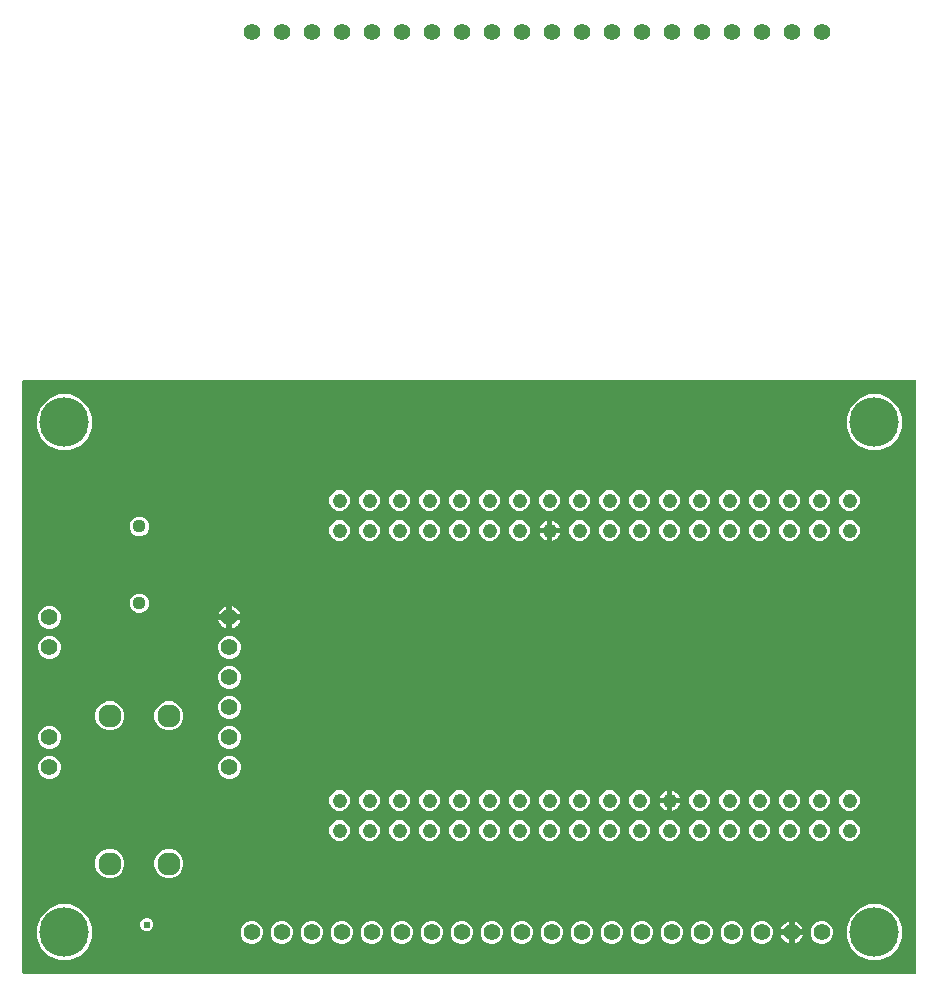
<source format=gbr>
G04 EAGLE Gerber RS-274X export*
G75*
%MOMM*%
%FSLAX34Y34*%
%LPD*%
%INCopper Layer 15*%
%IPPOS*%
%AMOC8*
5,1,8,0,0,1.08239X$1,22.5*%
G01*
%ADD10C,1.244600*%
%ADD11C,1.120000*%
%ADD12C,1.960000*%
%ADD13C,4.191000*%
%ADD14C,1.400000*%
%ADD15C,0.609600*%

G36*
X758308Y2556D02*
X758308Y2556D01*
X758427Y2563D01*
X758465Y2576D01*
X758506Y2581D01*
X758616Y2624D01*
X758729Y2661D01*
X758764Y2683D01*
X758801Y2698D01*
X758897Y2767D01*
X758998Y2831D01*
X759026Y2861D01*
X759059Y2884D01*
X759135Y2976D01*
X759216Y3063D01*
X759236Y3098D01*
X759261Y3129D01*
X759312Y3237D01*
X759370Y3341D01*
X759380Y3381D01*
X759397Y3417D01*
X759419Y3534D01*
X759449Y3649D01*
X759453Y3709D01*
X759457Y3729D01*
X759455Y3750D01*
X759459Y3810D01*
X759459Y504190D01*
X759444Y504308D01*
X759437Y504427D01*
X759424Y504465D01*
X759419Y504506D01*
X759376Y504616D01*
X759339Y504729D01*
X759317Y504764D01*
X759302Y504801D01*
X759233Y504897D01*
X759169Y504998D01*
X759139Y505026D01*
X759116Y505059D01*
X759024Y505135D01*
X758937Y505216D01*
X758902Y505236D01*
X758871Y505261D01*
X758763Y505312D01*
X758659Y505370D01*
X758619Y505380D01*
X758583Y505397D01*
X758466Y505419D01*
X758351Y505449D01*
X758291Y505453D01*
X758271Y505457D01*
X758250Y505455D01*
X758190Y505459D01*
X3810Y505459D01*
X3692Y505444D01*
X3573Y505437D01*
X3535Y505424D01*
X3494Y505419D01*
X3384Y505376D01*
X3271Y505339D01*
X3236Y505317D01*
X3199Y505302D01*
X3103Y505233D01*
X3002Y505169D01*
X2974Y505139D01*
X2941Y505116D01*
X2865Y505024D01*
X2784Y504937D01*
X2764Y504902D01*
X2739Y504871D01*
X2688Y504763D01*
X2630Y504659D01*
X2620Y504619D01*
X2603Y504583D01*
X2581Y504466D01*
X2551Y504351D01*
X2547Y504291D01*
X2543Y504271D01*
X2545Y504250D01*
X2541Y504190D01*
X2541Y3810D01*
X2556Y3692D01*
X2563Y3573D01*
X2576Y3535D01*
X2581Y3494D01*
X2624Y3384D01*
X2661Y3271D01*
X2683Y3236D01*
X2698Y3199D01*
X2767Y3103D01*
X2831Y3002D01*
X2861Y2974D01*
X2884Y2941D01*
X2976Y2865D01*
X3063Y2784D01*
X3098Y2764D01*
X3129Y2739D01*
X3237Y2688D01*
X3341Y2630D01*
X3381Y2620D01*
X3417Y2603D01*
X3534Y2581D01*
X3649Y2551D01*
X3709Y2547D01*
X3729Y2543D01*
X3750Y2545D01*
X3810Y2541D01*
X758190Y2541D01*
X758308Y2556D01*
G37*
%LPC*%
G36*
X719226Y446404D02*
X719226Y446404D01*
X710591Y449981D01*
X703981Y456591D01*
X700404Y465226D01*
X700404Y474574D01*
X703981Y483209D01*
X710591Y489819D01*
X719226Y493396D01*
X728574Y493396D01*
X737209Y489819D01*
X743819Y483209D01*
X747396Y474574D01*
X747396Y465226D01*
X743819Y456591D01*
X737209Y449981D01*
X728574Y446404D01*
X719226Y446404D01*
G37*
%LPD*%
%LPC*%
G36*
X33426Y446404D02*
X33426Y446404D01*
X24791Y449981D01*
X18181Y456591D01*
X14604Y465226D01*
X14604Y474574D01*
X18181Y483209D01*
X24791Y489819D01*
X33426Y493396D01*
X42774Y493396D01*
X51409Y489819D01*
X58019Y483209D01*
X61596Y474574D01*
X61596Y465226D01*
X58019Y456591D01*
X51409Y449981D01*
X42774Y446404D01*
X33426Y446404D01*
G37*
%LPD*%
%LPC*%
G36*
X33426Y14604D02*
X33426Y14604D01*
X24791Y18181D01*
X18181Y24791D01*
X14604Y33426D01*
X14604Y42774D01*
X18181Y51409D01*
X24791Y58019D01*
X33426Y61596D01*
X42774Y61596D01*
X51409Y58019D01*
X58019Y51409D01*
X61596Y42774D01*
X61596Y33426D01*
X58019Y24791D01*
X51409Y18181D01*
X42774Y14604D01*
X33426Y14604D01*
G37*
%LPD*%
%LPC*%
G36*
X719226Y14604D02*
X719226Y14604D01*
X710591Y18181D01*
X703981Y24791D01*
X700404Y33426D01*
X700404Y42774D01*
X703981Y51409D01*
X710591Y58019D01*
X719226Y61596D01*
X728574Y61596D01*
X737209Y58019D01*
X743819Y51409D01*
X747396Y42774D01*
X747396Y33426D01*
X743819Y24791D01*
X737209Y18181D01*
X728574Y14604D01*
X719226Y14604D01*
G37*
%LPD*%
%LPC*%
G36*
X74145Y208909D02*
X74145Y208909D01*
X69610Y210788D01*
X66138Y214260D01*
X64259Y218795D01*
X64259Y223705D01*
X66138Y228240D01*
X69610Y231712D01*
X74145Y233591D01*
X79055Y233591D01*
X83590Y231712D01*
X87062Y228240D01*
X88941Y223705D01*
X88941Y218795D01*
X87062Y214260D01*
X83590Y210788D01*
X79055Y208909D01*
X74145Y208909D01*
G37*
%LPD*%
%LPC*%
G36*
X74145Y83909D02*
X74145Y83909D01*
X69610Y85788D01*
X66138Y89260D01*
X64259Y93795D01*
X64259Y98705D01*
X66138Y103240D01*
X69610Y106712D01*
X74145Y108591D01*
X79055Y108591D01*
X83590Y106712D01*
X87062Y103240D01*
X88941Y98705D01*
X88941Y93795D01*
X87062Y89260D01*
X83590Y85788D01*
X79055Y83909D01*
X74145Y83909D01*
G37*
%LPD*%
%LPC*%
G36*
X124145Y83909D02*
X124145Y83909D01*
X119610Y85788D01*
X116138Y89260D01*
X114259Y93795D01*
X114259Y98705D01*
X116138Y103240D01*
X119610Y106712D01*
X124145Y108591D01*
X129055Y108591D01*
X133590Y106712D01*
X137062Y103240D01*
X138941Y98705D01*
X138941Y93795D01*
X137062Y89260D01*
X133590Y85788D01*
X129055Y83909D01*
X124145Y83909D01*
G37*
%LPD*%
%LPC*%
G36*
X124145Y208909D02*
X124145Y208909D01*
X119610Y210788D01*
X116138Y214260D01*
X114259Y218795D01*
X114259Y223705D01*
X116138Y228240D01*
X119610Y231712D01*
X124145Y233591D01*
X129055Y233591D01*
X133590Y231712D01*
X137062Y228240D01*
X138941Y223705D01*
X138941Y218795D01*
X137062Y214260D01*
X133590Y210788D01*
X129055Y208909D01*
X124145Y208909D01*
G37*
%LPD*%
%LPC*%
G36*
X23502Y295259D02*
X23502Y295259D01*
X19996Y296712D01*
X17312Y299396D01*
X15859Y302902D01*
X15859Y306698D01*
X17312Y310204D01*
X19996Y312888D01*
X23502Y314341D01*
X27298Y314341D01*
X30804Y312888D01*
X33488Y310204D01*
X34941Y306698D01*
X34941Y302902D01*
X33488Y299396D01*
X30804Y296712D01*
X27298Y295259D01*
X23502Y295259D01*
G37*
%LPD*%
%LPC*%
G36*
X474352Y28559D02*
X474352Y28559D01*
X470846Y30012D01*
X468162Y32696D01*
X466709Y36202D01*
X466709Y39998D01*
X468162Y43504D01*
X470846Y46188D01*
X474352Y47641D01*
X478148Y47641D01*
X481654Y46188D01*
X484338Y43504D01*
X485791Y39998D01*
X485791Y36202D01*
X484338Y32696D01*
X481654Y30012D01*
X478148Y28559D01*
X474352Y28559D01*
G37*
%LPD*%
%LPC*%
G36*
X23502Y168259D02*
X23502Y168259D01*
X19996Y169712D01*
X17312Y172396D01*
X15859Y175902D01*
X15859Y179698D01*
X17312Y183204D01*
X19996Y185888D01*
X23502Y187341D01*
X27298Y187341D01*
X30804Y185888D01*
X33488Y183204D01*
X34941Y179698D01*
X34941Y175902D01*
X33488Y172396D01*
X30804Y169712D01*
X27298Y168259D01*
X23502Y168259D01*
G37*
%LPD*%
%LPC*%
G36*
X175902Y269859D02*
X175902Y269859D01*
X172396Y271312D01*
X169712Y273996D01*
X168259Y277502D01*
X168259Y281298D01*
X169712Y284804D01*
X172396Y287488D01*
X175902Y288941D01*
X179698Y288941D01*
X183204Y287488D01*
X185888Y284804D01*
X187341Y281298D01*
X187341Y277502D01*
X185888Y273996D01*
X183204Y271312D01*
X179698Y269859D01*
X175902Y269859D01*
G37*
%LPD*%
%LPC*%
G36*
X23502Y269859D02*
X23502Y269859D01*
X19996Y271312D01*
X17312Y273996D01*
X15859Y277502D01*
X15859Y281298D01*
X17312Y284804D01*
X19996Y287488D01*
X23502Y288941D01*
X27298Y288941D01*
X30804Y287488D01*
X33488Y284804D01*
X34941Y281298D01*
X34941Y277502D01*
X33488Y273996D01*
X30804Y271312D01*
X27298Y269859D01*
X23502Y269859D01*
G37*
%LPD*%
%LPC*%
G36*
X175902Y244459D02*
X175902Y244459D01*
X172396Y245912D01*
X169712Y248596D01*
X168259Y252102D01*
X168259Y255898D01*
X169712Y259404D01*
X172396Y262088D01*
X175902Y263541D01*
X179698Y263541D01*
X183204Y262088D01*
X185888Y259404D01*
X187341Y255898D01*
X187341Y252102D01*
X185888Y248596D01*
X183204Y245912D01*
X179698Y244459D01*
X175902Y244459D01*
G37*
%LPD*%
%LPC*%
G36*
X175902Y219059D02*
X175902Y219059D01*
X172396Y220512D01*
X169712Y223196D01*
X168259Y226702D01*
X168259Y230498D01*
X169712Y234004D01*
X172396Y236688D01*
X175902Y238141D01*
X179698Y238141D01*
X183204Y236688D01*
X185888Y234004D01*
X187341Y230498D01*
X187341Y226702D01*
X185888Y223196D01*
X183204Y220512D01*
X179698Y219059D01*
X175902Y219059D01*
G37*
%LPD*%
%LPC*%
G36*
X175902Y193659D02*
X175902Y193659D01*
X172396Y195112D01*
X169712Y197796D01*
X168259Y201302D01*
X168259Y205098D01*
X169712Y208604D01*
X172396Y211288D01*
X175902Y212741D01*
X179698Y212741D01*
X183204Y211288D01*
X185888Y208604D01*
X187341Y205098D01*
X187341Y201302D01*
X185888Y197796D01*
X183204Y195112D01*
X179698Y193659D01*
X175902Y193659D01*
G37*
%LPD*%
%LPC*%
G36*
X23502Y193659D02*
X23502Y193659D01*
X19996Y195112D01*
X17312Y197796D01*
X15859Y201302D01*
X15859Y205098D01*
X17312Y208604D01*
X19996Y211288D01*
X23502Y212741D01*
X27298Y212741D01*
X30804Y211288D01*
X33488Y208604D01*
X34941Y205098D01*
X34941Y201302D01*
X33488Y197796D01*
X30804Y195112D01*
X27298Y193659D01*
X23502Y193659D01*
G37*
%LPD*%
%LPC*%
G36*
X175902Y168259D02*
X175902Y168259D01*
X172396Y169712D01*
X169712Y172396D01*
X168259Y175902D01*
X168259Y179698D01*
X169712Y183204D01*
X172396Y185888D01*
X175902Y187341D01*
X179698Y187341D01*
X183204Y185888D01*
X185888Y183204D01*
X187341Y179698D01*
X187341Y175902D01*
X185888Y172396D01*
X183204Y169712D01*
X179698Y168259D01*
X175902Y168259D01*
G37*
%LPD*%
%LPC*%
G36*
X601352Y28559D02*
X601352Y28559D01*
X597846Y30012D01*
X595162Y32696D01*
X593709Y36202D01*
X593709Y39998D01*
X595162Y43504D01*
X597846Y46188D01*
X601352Y47641D01*
X605148Y47641D01*
X608654Y46188D01*
X611338Y43504D01*
X612791Y39998D01*
X612791Y36202D01*
X611338Y32696D01*
X608654Y30012D01*
X605148Y28559D01*
X601352Y28559D01*
G37*
%LPD*%
%LPC*%
G36*
X626752Y28559D02*
X626752Y28559D01*
X623246Y30012D01*
X620562Y32696D01*
X619109Y36202D01*
X619109Y39998D01*
X620562Y43504D01*
X623246Y46188D01*
X626752Y47641D01*
X630548Y47641D01*
X634054Y46188D01*
X636738Y43504D01*
X638191Y39998D01*
X638191Y36202D01*
X636738Y32696D01*
X634054Y30012D01*
X630548Y28559D01*
X626752Y28559D01*
G37*
%LPD*%
%LPC*%
G36*
X575952Y28559D02*
X575952Y28559D01*
X572446Y30012D01*
X569762Y32696D01*
X568309Y36202D01*
X568309Y39998D01*
X569762Y43504D01*
X572446Y46188D01*
X575952Y47641D01*
X579748Y47641D01*
X583254Y46188D01*
X585938Y43504D01*
X587391Y39998D01*
X587391Y36202D01*
X585938Y32696D01*
X583254Y30012D01*
X579748Y28559D01*
X575952Y28559D01*
G37*
%LPD*%
%LPC*%
G36*
X677552Y28559D02*
X677552Y28559D01*
X674046Y30012D01*
X671362Y32696D01*
X669909Y36202D01*
X669909Y39998D01*
X671362Y43504D01*
X674046Y46188D01*
X677552Y47641D01*
X681348Y47641D01*
X684854Y46188D01*
X687538Y43504D01*
X688991Y39998D01*
X688991Y36202D01*
X687538Y32696D01*
X684854Y30012D01*
X681348Y28559D01*
X677552Y28559D01*
G37*
%LPD*%
%LPC*%
G36*
X550552Y28559D02*
X550552Y28559D01*
X547046Y30012D01*
X544362Y32696D01*
X542909Y36202D01*
X542909Y39998D01*
X544362Y43504D01*
X547046Y46188D01*
X550552Y47641D01*
X554348Y47641D01*
X557854Y46188D01*
X560538Y43504D01*
X561991Y39998D01*
X561991Y36202D01*
X560538Y32696D01*
X557854Y30012D01*
X554348Y28559D01*
X550552Y28559D01*
G37*
%LPD*%
%LPC*%
G36*
X525152Y28559D02*
X525152Y28559D01*
X521646Y30012D01*
X518962Y32696D01*
X517509Y36202D01*
X517509Y39998D01*
X518962Y43504D01*
X521646Y46188D01*
X525152Y47641D01*
X528948Y47641D01*
X532454Y46188D01*
X535138Y43504D01*
X536591Y39998D01*
X536591Y36202D01*
X535138Y32696D01*
X532454Y30012D01*
X528948Y28559D01*
X525152Y28559D01*
G37*
%LPD*%
%LPC*%
G36*
X499752Y28559D02*
X499752Y28559D01*
X496246Y30012D01*
X493562Y32696D01*
X492109Y36202D01*
X492109Y39998D01*
X493562Y43504D01*
X496246Y46188D01*
X499752Y47641D01*
X503548Y47641D01*
X507054Y46188D01*
X509738Y43504D01*
X511191Y39998D01*
X511191Y36202D01*
X509738Y32696D01*
X507054Y30012D01*
X503548Y28559D01*
X499752Y28559D01*
G37*
%LPD*%
%LPC*%
G36*
X448952Y28559D02*
X448952Y28559D01*
X445446Y30012D01*
X442762Y32696D01*
X441309Y36202D01*
X441309Y39998D01*
X442762Y43504D01*
X445446Y46188D01*
X448952Y47641D01*
X452748Y47641D01*
X456254Y46188D01*
X458938Y43504D01*
X460391Y39998D01*
X460391Y36202D01*
X458938Y32696D01*
X456254Y30012D01*
X452748Y28559D01*
X448952Y28559D01*
G37*
%LPD*%
%LPC*%
G36*
X423552Y28559D02*
X423552Y28559D01*
X420046Y30012D01*
X417362Y32696D01*
X415909Y36202D01*
X415909Y39998D01*
X417362Y43504D01*
X420046Y46188D01*
X423552Y47641D01*
X427348Y47641D01*
X430854Y46188D01*
X433538Y43504D01*
X434991Y39998D01*
X434991Y36202D01*
X433538Y32696D01*
X430854Y30012D01*
X427348Y28559D01*
X423552Y28559D01*
G37*
%LPD*%
%LPC*%
G36*
X398152Y28559D02*
X398152Y28559D01*
X394646Y30012D01*
X391962Y32696D01*
X390509Y36202D01*
X390509Y39998D01*
X391962Y43504D01*
X394646Y46188D01*
X398152Y47641D01*
X401948Y47641D01*
X405454Y46188D01*
X408138Y43504D01*
X409591Y39998D01*
X409591Y36202D01*
X408138Y32696D01*
X405454Y30012D01*
X401948Y28559D01*
X398152Y28559D01*
G37*
%LPD*%
%LPC*%
G36*
X372752Y28559D02*
X372752Y28559D01*
X369246Y30012D01*
X366562Y32696D01*
X365109Y36202D01*
X365109Y39998D01*
X366562Y43504D01*
X369246Y46188D01*
X372752Y47641D01*
X376548Y47641D01*
X380054Y46188D01*
X382738Y43504D01*
X384191Y39998D01*
X384191Y36202D01*
X382738Y32696D01*
X380054Y30012D01*
X376548Y28559D01*
X372752Y28559D01*
G37*
%LPD*%
%LPC*%
G36*
X347352Y28559D02*
X347352Y28559D01*
X343846Y30012D01*
X341162Y32696D01*
X339709Y36202D01*
X339709Y39998D01*
X341162Y43504D01*
X343846Y46188D01*
X347352Y47641D01*
X351148Y47641D01*
X354654Y46188D01*
X357338Y43504D01*
X358791Y39998D01*
X358791Y36202D01*
X357338Y32696D01*
X354654Y30012D01*
X351148Y28559D01*
X347352Y28559D01*
G37*
%LPD*%
%LPC*%
G36*
X321952Y28559D02*
X321952Y28559D01*
X318446Y30012D01*
X315762Y32696D01*
X314309Y36202D01*
X314309Y39998D01*
X315762Y43504D01*
X318446Y46188D01*
X321952Y47641D01*
X325748Y47641D01*
X329254Y46188D01*
X331938Y43504D01*
X333391Y39998D01*
X333391Y36202D01*
X331938Y32696D01*
X329254Y30012D01*
X325748Y28559D01*
X321952Y28559D01*
G37*
%LPD*%
%LPC*%
G36*
X296552Y28559D02*
X296552Y28559D01*
X293046Y30012D01*
X290362Y32696D01*
X288909Y36202D01*
X288909Y39998D01*
X290362Y43504D01*
X293046Y46188D01*
X296552Y47641D01*
X300348Y47641D01*
X303854Y46188D01*
X306538Y43504D01*
X307991Y39998D01*
X307991Y36202D01*
X306538Y32696D01*
X303854Y30012D01*
X300348Y28559D01*
X296552Y28559D01*
G37*
%LPD*%
%LPC*%
G36*
X271152Y28559D02*
X271152Y28559D01*
X267646Y30012D01*
X264962Y32696D01*
X263509Y36202D01*
X263509Y39998D01*
X264962Y43504D01*
X267646Y46188D01*
X271152Y47641D01*
X274948Y47641D01*
X278454Y46188D01*
X281138Y43504D01*
X282591Y39998D01*
X282591Y36202D01*
X281138Y32696D01*
X278454Y30012D01*
X274948Y28559D01*
X271152Y28559D01*
G37*
%LPD*%
%LPC*%
G36*
X245752Y28559D02*
X245752Y28559D01*
X242246Y30012D01*
X239562Y32696D01*
X238109Y36202D01*
X238109Y39998D01*
X239562Y43504D01*
X242246Y46188D01*
X245752Y47641D01*
X249548Y47641D01*
X253054Y46188D01*
X255738Y43504D01*
X257191Y39998D01*
X257191Y36202D01*
X255738Y32696D01*
X253054Y30012D01*
X249548Y28559D01*
X245752Y28559D01*
G37*
%LPD*%
%LPC*%
G36*
X220352Y28559D02*
X220352Y28559D01*
X216846Y30012D01*
X214162Y32696D01*
X212709Y36202D01*
X212709Y39998D01*
X214162Y43504D01*
X216846Y46188D01*
X220352Y47641D01*
X224148Y47641D01*
X227654Y46188D01*
X230338Y43504D01*
X231791Y39998D01*
X231791Y36202D01*
X230338Y32696D01*
X227654Y30012D01*
X224148Y28559D01*
X220352Y28559D01*
G37*
%LPD*%
%LPC*%
G36*
X194952Y28559D02*
X194952Y28559D01*
X191446Y30012D01*
X188762Y32696D01*
X187309Y36202D01*
X187309Y39998D01*
X188762Y43504D01*
X191446Y46188D01*
X194952Y47641D01*
X198748Y47641D01*
X202254Y46188D01*
X204938Y43504D01*
X206391Y39998D01*
X206391Y36202D01*
X204938Y32696D01*
X202254Y30012D01*
X198748Y28559D01*
X194952Y28559D01*
G37*
%LPD*%
%LPC*%
G36*
X345557Y394836D02*
X345557Y394836D01*
X342336Y396170D01*
X339870Y398636D01*
X338536Y401857D01*
X338536Y405343D01*
X339870Y408564D01*
X342336Y411030D01*
X345557Y412364D01*
X349043Y412364D01*
X352264Y411030D01*
X354730Y408564D01*
X356064Y405343D01*
X356064Y401857D01*
X354730Y398636D01*
X352264Y396170D01*
X349043Y394836D01*
X345557Y394836D01*
G37*
%LPD*%
%LPC*%
G36*
X320157Y394836D02*
X320157Y394836D01*
X316936Y396170D01*
X314470Y398636D01*
X313136Y401857D01*
X313136Y405343D01*
X314470Y408564D01*
X316936Y411030D01*
X320157Y412364D01*
X323643Y412364D01*
X326864Y411030D01*
X329330Y408564D01*
X330664Y405343D01*
X330664Y401857D01*
X329330Y398636D01*
X326864Y396170D01*
X323643Y394836D01*
X320157Y394836D01*
G37*
%LPD*%
%LPC*%
G36*
X294757Y394836D02*
X294757Y394836D01*
X291536Y396170D01*
X289070Y398636D01*
X287736Y401857D01*
X287736Y405343D01*
X289070Y408564D01*
X291536Y411030D01*
X294757Y412364D01*
X298243Y412364D01*
X301464Y411030D01*
X303930Y408564D01*
X305264Y405343D01*
X305264Y401857D01*
X303930Y398636D01*
X301464Y396170D01*
X298243Y394836D01*
X294757Y394836D01*
G37*
%LPD*%
%LPC*%
G36*
X269357Y394836D02*
X269357Y394836D01*
X266136Y396170D01*
X263670Y398636D01*
X262336Y401857D01*
X262336Y405343D01*
X263670Y408564D01*
X266136Y411030D01*
X269357Y412364D01*
X272843Y412364D01*
X276064Y411030D01*
X278530Y408564D01*
X279864Y405343D01*
X279864Y401857D01*
X278530Y398636D01*
X276064Y396170D01*
X272843Y394836D01*
X269357Y394836D01*
G37*
%LPD*%
%LPC*%
G36*
X294757Y369436D02*
X294757Y369436D01*
X291536Y370770D01*
X289070Y373236D01*
X287736Y376457D01*
X287736Y379943D01*
X289070Y383164D01*
X291536Y385630D01*
X294757Y386964D01*
X298243Y386964D01*
X301464Y385630D01*
X303930Y383164D01*
X305264Y379943D01*
X305264Y376457D01*
X303930Y373236D01*
X301464Y370770D01*
X298243Y369436D01*
X294757Y369436D01*
G37*
%LPD*%
%LPC*%
G36*
X269357Y369436D02*
X269357Y369436D01*
X266136Y370770D01*
X263670Y373236D01*
X262336Y376457D01*
X262336Y379943D01*
X263670Y383164D01*
X266136Y385630D01*
X269357Y386964D01*
X272843Y386964D01*
X276064Y385630D01*
X278530Y383164D01*
X279864Y379943D01*
X279864Y376457D01*
X278530Y373236D01*
X276064Y370770D01*
X272843Y369436D01*
X269357Y369436D01*
G37*
%LPD*%
%LPC*%
G36*
X701157Y369436D02*
X701157Y369436D01*
X697936Y370770D01*
X695470Y373236D01*
X694136Y376457D01*
X694136Y379943D01*
X695470Y383164D01*
X697936Y385630D01*
X701157Y386964D01*
X704643Y386964D01*
X707864Y385630D01*
X710330Y383164D01*
X711664Y379943D01*
X711664Y376457D01*
X710330Y373236D01*
X707864Y370770D01*
X704643Y369436D01*
X701157Y369436D01*
G37*
%LPD*%
%LPC*%
G36*
X675757Y369436D02*
X675757Y369436D01*
X672536Y370770D01*
X670070Y373236D01*
X668736Y376457D01*
X668736Y379943D01*
X670070Y383164D01*
X672536Y385630D01*
X675757Y386964D01*
X679243Y386964D01*
X682464Y385630D01*
X684930Y383164D01*
X686264Y379943D01*
X686264Y376457D01*
X684930Y373236D01*
X682464Y370770D01*
X679243Y369436D01*
X675757Y369436D01*
G37*
%LPD*%
%LPC*%
G36*
X650357Y369436D02*
X650357Y369436D01*
X647136Y370770D01*
X644670Y373236D01*
X643336Y376457D01*
X643336Y379943D01*
X644670Y383164D01*
X647136Y385630D01*
X650357Y386964D01*
X653843Y386964D01*
X657064Y385630D01*
X659530Y383164D01*
X660864Y379943D01*
X660864Y376457D01*
X659530Y373236D01*
X657064Y370770D01*
X653843Y369436D01*
X650357Y369436D01*
G37*
%LPD*%
%LPC*%
G36*
X624957Y369436D02*
X624957Y369436D01*
X621736Y370770D01*
X619270Y373236D01*
X617936Y376457D01*
X617936Y379943D01*
X619270Y383164D01*
X621736Y385630D01*
X624957Y386964D01*
X628443Y386964D01*
X631664Y385630D01*
X634130Y383164D01*
X635464Y379943D01*
X635464Y376457D01*
X634130Y373236D01*
X631664Y370770D01*
X628443Y369436D01*
X624957Y369436D01*
G37*
%LPD*%
%LPC*%
G36*
X599557Y369436D02*
X599557Y369436D01*
X596336Y370770D01*
X593870Y373236D01*
X592536Y376457D01*
X592536Y379943D01*
X593870Y383164D01*
X596336Y385630D01*
X599557Y386964D01*
X603043Y386964D01*
X606264Y385630D01*
X608730Y383164D01*
X610064Y379943D01*
X610064Y376457D01*
X608730Y373236D01*
X606264Y370770D01*
X603043Y369436D01*
X599557Y369436D01*
G37*
%LPD*%
%LPC*%
G36*
X574157Y369436D02*
X574157Y369436D01*
X570936Y370770D01*
X568470Y373236D01*
X567136Y376457D01*
X567136Y379943D01*
X568470Y383164D01*
X570936Y385630D01*
X574157Y386964D01*
X577643Y386964D01*
X580864Y385630D01*
X583330Y383164D01*
X584664Y379943D01*
X584664Y376457D01*
X583330Y373236D01*
X580864Y370770D01*
X577643Y369436D01*
X574157Y369436D01*
G37*
%LPD*%
%LPC*%
G36*
X548757Y369436D02*
X548757Y369436D01*
X545536Y370770D01*
X543070Y373236D01*
X541736Y376457D01*
X541736Y379943D01*
X543070Y383164D01*
X545536Y385630D01*
X548757Y386964D01*
X552243Y386964D01*
X555464Y385630D01*
X557930Y383164D01*
X559264Y379943D01*
X559264Y376457D01*
X557930Y373236D01*
X555464Y370770D01*
X552243Y369436D01*
X548757Y369436D01*
G37*
%LPD*%
%LPC*%
G36*
X523357Y369436D02*
X523357Y369436D01*
X520136Y370770D01*
X517670Y373236D01*
X516336Y376457D01*
X516336Y379943D01*
X517670Y383164D01*
X520136Y385630D01*
X523357Y386964D01*
X526843Y386964D01*
X530064Y385630D01*
X532530Y383164D01*
X533864Y379943D01*
X533864Y376457D01*
X532530Y373236D01*
X530064Y370770D01*
X526843Y369436D01*
X523357Y369436D01*
G37*
%LPD*%
%LPC*%
G36*
X497957Y369436D02*
X497957Y369436D01*
X494736Y370770D01*
X492270Y373236D01*
X490936Y376457D01*
X490936Y379943D01*
X492270Y383164D01*
X494736Y385630D01*
X497957Y386964D01*
X501443Y386964D01*
X504664Y385630D01*
X507130Y383164D01*
X508464Y379943D01*
X508464Y376457D01*
X507130Y373236D01*
X504664Y370770D01*
X501443Y369436D01*
X497957Y369436D01*
G37*
%LPD*%
%LPC*%
G36*
X472557Y369436D02*
X472557Y369436D01*
X469336Y370770D01*
X466870Y373236D01*
X465536Y376457D01*
X465536Y379943D01*
X466870Y383164D01*
X469336Y385630D01*
X472557Y386964D01*
X476043Y386964D01*
X479264Y385630D01*
X481730Y383164D01*
X483064Y379943D01*
X483064Y376457D01*
X481730Y373236D01*
X479264Y370770D01*
X476043Y369436D01*
X472557Y369436D01*
G37*
%LPD*%
%LPC*%
G36*
X421757Y369436D02*
X421757Y369436D01*
X418536Y370770D01*
X416070Y373236D01*
X414736Y376457D01*
X414736Y379943D01*
X416070Y383164D01*
X418536Y385630D01*
X421757Y386964D01*
X425243Y386964D01*
X428464Y385630D01*
X430930Y383164D01*
X432264Y379943D01*
X432264Y376457D01*
X430930Y373236D01*
X428464Y370770D01*
X425243Y369436D01*
X421757Y369436D01*
G37*
%LPD*%
%LPC*%
G36*
X396357Y369436D02*
X396357Y369436D01*
X393136Y370770D01*
X390670Y373236D01*
X389336Y376457D01*
X389336Y379943D01*
X390670Y383164D01*
X393136Y385630D01*
X396357Y386964D01*
X399843Y386964D01*
X403064Y385630D01*
X405530Y383164D01*
X406864Y379943D01*
X406864Y376457D01*
X405530Y373236D01*
X403064Y370770D01*
X399843Y369436D01*
X396357Y369436D01*
G37*
%LPD*%
%LPC*%
G36*
X370957Y369436D02*
X370957Y369436D01*
X367736Y370770D01*
X365270Y373236D01*
X363936Y376457D01*
X363936Y379943D01*
X365270Y383164D01*
X367736Y385630D01*
X370957Y386964D01*
X374443Y386964D01*
X377664Y385630D01*
X380130Y383164D01*
X381464Y379943D01*
X381464Y376457D01*
X380130Y373236D01*
X377664Y370770D01*
X374443Y369436D01*
X370957Y369436D01*
G37*
%LPD*%
%LPC*%
G36*
X345557Y369436D02*
X345557Y369436D01*
X342336Y370770D01*
X339870Y373236D01*
X338536Y376457D01*
X338536Y379943D01*
X339870Y383164D01*
X342336Y385630D01*
X345557Y386964D01*
X349043Y386964D01*
X352264Y385630D01*
X354730Y383164D01*
X356064Y379943D01*
X356064Y376457D01*
X354730Y373236D01*
X352264Y370770D01*
X349043Y369436D01*
X345557Y369436D01*
G37*
%LPD*%
%LPC*%
G36*
X320157Y369436D02*
X320157Y369436D01*
X316936Y370770D01*
X314470Y373236D01*
X313136Y376457D01*
X313136Y379943D01*
X314470Y383164D01*
X316936Y385630D01*
X320157Y386964D01*
X323643Y386964D01*
X326864Y385630D01*
X329330Y383164D01*
X330664Y379943D01*
X330664Y376457D01*
X329330Y373236D01*
X326864Y370770D01*
X323643Y369436D01*
X320157Y369436D01*
G37*
%LPD*%
%LPC*%
G36*
X650357Y140836D02*
X650357Y140836D01*
X647136Y142170D01*
X644670Y144636D01*
X643336Y147857D01*
X643336Y151343D01*
X644670Y154564D01*
X647136Y157030D01*
X650357Y158364D01*
X653843Y158364D01*
X657064Y157030D01*
X659530Y154564D01*
X660864Y151343D01*
X660864Y147857D01*
X659530Y144636D01*
X657064Y142170D01*
X653843Y140836D01*
X650357Y140836D01*
G37*
%LPD*%
%LPC*%
G36*
X294757Y140836D02*
X294757Y140836D01*
X291536Y142170D01*
X289070Y144636D01*
X287736Y147857D01*
X287736Y151343D01*
X289070Y154564D01*
X291536Y157030D01*
X294757Y158364D01*
X298243Y158364D01*
X301464Y157030D01*
X303930Y154564D01*
X305264Y151343D01*
X305264Y147857D01*
X303930Y144636D01*
X301464Y142170D01*
X298243Y140836D01*
X294757Y140836D01*
G37*
%LPD*%
%LPC*%
G36*
X269357Y140836D02*
X269357Y140836D01*
X266136Y142170D01*
X263670Y144636D01*
X262336Y147857D01*
X262336Y151343D01*
X263670Y154564D01*
X266136Y157030D01*
X269357Y158364D01*
X272843Y158364D01*
X276064Y157030D01*
X278530Y154564D01*
X279864Y151343D01*
X279864Y147857D01*
X278530Y144636D01*
X276064Y142170D01*
X272843Y140836D01*
X269357Y140836D01*
G37*
%LPD*%
%LPC*%
G36*
X701157Y140836D02*
X701157Y140836D01*
X697936Y142170D01*
X695470Y144636D01*
X694136Y147857D01*
X694136Y151343D01*
X695470Y154564D01*
X697936Y157030D01*
X701157Y158364D01*
X704643Y158364D01*
X707864Y157030D01*
X710330Y154564D01*
X711664Y151343D01*
X711664Y147857D01*
X710330Y144636D01*
X707864Y142170D01*
X704643Y140836D01*
X701157Y140836D01*
G37*
%LPD*%
%LPC*%
G36*
X675757Y140836D02*
X675757Y140836D01*
X672536Y142170D01*
X670070Y144636D01*
X668736Y147857D01*
X668736Y151343D01*
X670070Y154564D01*
X672536Y157030D01*
X675757Y158364D01*
X679243Y158364D01*
X682464Y157030D01*
X684930Y154564D01*
X686264Y151343D01*
X686264Y147857D01*
X684930Y144636D01*
X682464Y142170D01*
X679243Y140836D01*
X675757Y140836D01*
G37*
%LPD*%
%LPC*%
G36*
X320157Y115436D02*
X320157Y115436D01*
X316936Y116770D01*
X314470Y119236D01*
X313136Y122457D01*
X313136Y125943D01*
X314470Y129164D01*
X316936Y131630D01*
X320157Y132964D01*
X323643Y132964D01*
X326864Y131630D01*
X329330Y129164D01*
X330664Y125943D01*
X330664Y122457D01*
X329330Y119236D01*
X326864Y116770D01*
X323643Y115436D01*
X320157Y115436D01*
G37*
%LPD*%
%LPC*%
G36*
X624957Y140836D02*
X624957Y140836D01*
X621736Y142170D01*
X619270Y144636D01*
X617936Y147857D01*
X617936Y151343D01*
X619270Y154564D01*
X621736Y157030D01*
X624957Y158364D01*
X628443Y158364D01*
X631664Y157030D01*
X634130Y154564D01*
X635464Y151343D01*
X635464Y147857D01*
X634130Y144636D01*
X631664Y142170D01*
X628443Y140836D01*
X624957Y140836D01*
G37*
%LPD*%
%LPC*%
G36*
X599557Y140836D02*
X599557Y140836D01*
X596336Y142170D01*
X593870Y144636D01*
X592536Y147857D01*
X592536Y151343D01*
X593870Y154564D01*
X596336Y157030D01*
X599557Y158364D01*
X603043Y158364D01*
X606264Y157030D01*
X608730Y154564D01*
X610064Y151343D01*
X610064Y147857D01*
X608730Y144636D01*
X606264Y142170D01*
X603043Y140836D01*
X599557Y140836D01*
G37*
%LPD*%
%LPC*%
G36*
X574157Y140836D02*
X574157Y140836D01*
X570936Y142170D01*
X568470Y144636D01*
X567136Y147857D01*
X567136Y151343D01*
X568470Y154564D01*
X570936Y157030D01*
X574157Y158364D01*
X577643Y158364D01*
X580864Y157030D01*
X583330Y154564D01*
X584664Y151343D01*
X584664Y147857D01*
X583330Y144636D01*
X580864Y142170D01*
X577643Y140836D01*
X574157Y140836D01*
G37*
%LPD*%
%LPC*%
G36*
X523357Y140836D02*
X523357Y140836D01*
X520136Y142170D01*
X517670Y144636D01*
X516336Y147857D01*
X516336Y151343D01*
X517670Y154564D01*
X520136Y157030D01*
X523357Y158364D01*
X526843Y158364D01*
X530064Y157030D01*
X532530Y154564D01*
X533864Y151343D01*
X533864Y147857D01*
X532530Y144636D01*
X530064Y142170D01*
X526843Y140836D01*
X523357Y140836D01*
G37*
%LPD*%
%LPC*%
G36*
X497957Y140836D02*
X497957Y140836D01*
X494736Y142170D01*
X492270Y144636D01*
X490936Y147857D01*
X490936Y151343D01*
X492270Y154564D01*
X494736Y157030D01*
X497957Y158364D01*
X501443Y158364D01*
X504664Y157030D01*
X507130Y154564D01*
X508464Y151343D01*
X508464Y147857D01*
X507130Y144636D01*
X504664Y142170D01*
X501443Y140836D01*
X497957Y140836D01*
G37*
%LPD*%
%LPC*%
G36*
X472557Y140836D02*
X472557Y140836D01*
X469336Y142170D01*
X466870Y144636D01*
X465536Y147857D01*
X465536Y151343D01*
X466870Y154564D01*
X469336Y157030D01*
X472557Y158364D01*
X476043Y158364D01*
X479264Y157030D01*
X481730Y154564D01*
X483064Y151343D01*
X483064Y147857D01*
X481730Y144636D01*
X479264Y142170D01*
X476043Y140836D01*
X472557Y140836D01*
G37*
%LPD*%
%LPC*%
G36*
X447157Y140836D02*
X447157Y140836D01*
X443936Y142170D01*
X441470Y144636D01*
X440136Y147857D01*
X440136Y151343D01*
X441470Y154564D01*
X443936Y157030D01*
X447157Y158364D01*
X450643Y158364D01*
X453864Y157030D01*
X456330Y154564D01*
X457664Y151343D01*
X457664Y147857D01*
X456330Y144636D01*
X453864Y142170D01*
X450643Y140836D01*
X447157Y140836D01*
G37*
%LPD*%
%LPC*%
G36*
X421757Y140836D02*
X421757Y140836D01*
X418536Y142170D01*
X416070Y144636D01*
X414736Y147857D01*
X414736Y151343D01*
X416070Y154564D01*
X418536Y157030D01*
X421757Y158364D01*
X425243Y158364D01*
X428464Y157030D01*
X430930Y154564D01*
X432264Y151343D01*
X432264Y147857D01*
X430930Y144636D01*
X428464Y142170D01*
X425243Y140836D01*
X421757Y140836D01*
G37*
%LPD*%
%LPC*%
G36*
X396357Y140836D02*
X396357Y140836D01*
X393136Y142170D01*
X390670Y144636D01*
X389336Y147857D01*
X389336Y151343D01*
X390670Y154564D01*
X393136Y157030D01*
X396357Y158364D01*
X399843Y158364D01*
X403064Y157030D01*
X405530Y154564D01*
X406864Y151343D01*
X406864Y147857D01*
X405530Y144636D01*
X403064Y142170D01*
X399843Y140836D01*
X396357Y140836D01*
G37*
%LPD*%
%LPC*%
G36*
X370957Y140836D02*
X370957Y140836D01*
X367736Y142170D01*
X365270Y144636D01*
X363936Y147857D01*
X363936Y151343D01*
X365270Y154564D01*
X367736Y157030D01*
X370957Y158364D01*
X374443Y158364D01*
X377664Y157030D01*
X380130Y154564D01*
X381464Y151343D01*
X381464Y147857D01*
X380130Y144636D01*
X377664Y142170D01*
X374443Y140836D01*
X370957Y140836D01*
G37*
%LPD*%
%LPC*%
G36*
X345557Y140836D02*
X345557Y140836D01*
X342336Y142170D01*
X339870Y144636D01*
X338536Y147857D01*
X338536Y151343D01*
X339870Y154564D01*
X342336Y157030D01*
X345557Y158364D01*
X349043Y158364D01*
X352264Y157030D01*
X354730Y154564D01*
X356064Y151343D01*
X356064Y147857D01*
X354730Y144636D01*
X352264Y142170D01*
X349043Y140836D01*
X345557Y140836D01*
G37*
%LPD*%
%LPC*%
G36*
X320157Y140836D02*
X320157Y140836D01*
X316936Y142170D01*
X314470Y144636D01*
X313136Y147857D01*
X313136Y151343D01*
X314470Y154564D01*
X316936Y157030D01*
X320157Y158364D01*
X323643Y158364D01*
X326864Y157030D01*
X329330Y154564D01*
X330664Y151343D01*
X330664Y147857D01*
X329330Y144636D01*
X326864Y142170D01*
X323643Y140836D01*
X320157Y140836D01*
G37*
%LPD*%
%LPC*%
G36*
X701157Y115436D02*
X701157Y115436D01*
X697936Y116770D01*
X695470Y119236D01*
X694136Y122457D01*
X694136Y125943D01*
X695470Y129164D01*
X697936Y131630D01*
X701157Y132964D01*
X704643Y132964D01*
X707864Y131630D01*
X710330Y129164D01*
X711664Y125943D01*
X711664Y122457D01*
X710330Y119236D01*
X707864Y116770D01*
X704643Y115436D01*
X701157Y115436D01*
G37*
%LPD*%
%LPC*%
G36*
X675757Y115436D02*
X675757Y115436D01*
X672536Y116770D01*
X670070Y119236D01*
X668736Y122457D01*
X668736Y125943D01*
X670070Y129164D01*
X672536Y131630D01*
X675757Y132964D01*
X679243Y132964D01*
X682464Y131630D01*
X684930Y129164D01*
X686264Y125943D01*
X686264Y122457D01*
X684930Y119236D01*
X682464Y116770D01*
X679243Y115436D01*
X675757Y115436D01*
G37*
%LPD*%
%LPC*%
G36*
X548757Y115436D02*
X548757Y115436D01*
X545536Y116770D01*
X543070Y119236D01*
X541736Y122457D01*
X541736Y125943D01*
X543070Y129164D01*
X545536Y131630D01*
X548757Y132964D01*
X552243Y132964D01*
X555464Y131630D01*
X557930Y129164D01*
X559264Y125943D01*
X559264Y122457D01*
X557930Y119236D01*
X555464Y116770D01*
X552243Y115436D01*
X548757Y115436D01*
G37*
%LPD*%
%LPC*%
G36*
X523357Y115436D02*
X523357Y115436D01*
X520136Y116770D01*
X517670Y119236D01*
X516336Y122457D01*
X516336Y125943D01*
X517670Y129164D01*
X520136Y131630D01*
X523357Y132964D01*
X526843Y132964D01*
X530064Y131630D01*
X532530Y129164D01*
X533864Y125943D01*
X533864Y122457D01*
X532530Y119236D01*
X530064Y116770D01*
X526843Y115436D01*
X523357Y115436D01*
G37*
%LPD*%
%LPC*%
G36*
X650357Y115436D02*
X650357Y115436D01*
X647136Y116770D01*
X644670Y119236D01*
X643336Y122457D01*
X643336Y125943D01*
X644670Y129164D01*
X647136Y131630D01*
X650357Y132964D01*
X653843Y132964D01*
X657064Y131630D01*
X659530Y129164D01*
X660864Y125943D01*
X660864Y122457D01*
X659530Y119236D01*
X657064Y116770D01*
X653843Y115436D01*
X650357Y115436D01*
G37*
%LPD*%
%LPC*%
G36*
X624957Y115436D02*
X624957Y115436D01*
X621736Y116770D01*
X619270Y119236D01*
X617936Y122457D01*
X617936Y125943D01*
X619270Y129164D01*
X621736Y131630D01*
X624957Y132964D01*
X628443Y132964D01*
X631664Y131630D01*
X634130Y129164D01*
X635464Y125943D01*
X635464Y122457D01*
X634130Y119236D01*
X631664Y116770D01*
X628443Y115436D01*
X624957Y115436D01*
G37*
%LPD*%
%LPC*%
G36*
X599557Y115436D02*
X599557Y115436D01*
X596336Y116770D01*
X593870Y119236D01*
X592536Y122457D01*
X592536Y125943D01*
X593870Y129164D01*
X596336Y131630D01*
X599557Y132964D01*
X603043Y132964D01*
X606264Y131630D01*
X608730Y129164D01*
X610064Y125943D01*
X610064Y122457D01*
X608730Y119236D01*
X606264Y116770D01*
X603043Y115436D01*
X599557Y115436D01*
G37*
%LPD*%
%LPC*%
G36*
X574157Y115436D02*
X574157Y115436D01*
X570936Y116770D01*
X568470Y119236D01*
X567136Y122457D01*
X567136Y125943D01*
X568470Y129164D01*
X570936Y131630D01*
X574157Y132964D01*
X577643Y132964D01*
X580864Y131630D01*
X583330Y129164D01*
X584664Y125943D01*
X584664Y122457D01*
X583330Y119236D01*
X580864Y116770D01*
X577643Y115436D01*
X574157Y115436D01*
G37*
%LPD*%
%LPC*%
G36*
X497957Y115436D02*
X497957Y115436D01*
X494736Y116770D01*
X492270Y119236D01*
X490936Y122457D01*
X490936Y125943D01*
X492270Y129164D01*
X494736Y131630D01*
X497957Y132964D01*
X501443Y132964D01*
X504664Y131630D01*
X507130Y129164D01*
X508464Y125943D01*
X508464Y122457D01*
X507130Y119236D01*
X504664Y116770D01*
X501443Y115436D01*
X497957Y115436D01*
G37*
%LPD*%
%LPC*%
G36*
X472557Y115436D02*
X472557Y115436D01*
X469336Y116770D01*
X466870Y119236D01*
X465536Y122457D01*
X465536Y125943D01*
X466870Y129164D01*
X469336Y131630D01*
X472557Y132964D01*
X476043Y132964D01*
X479264Y131630D01*
X481730Y129164D01*
X483064Y125943D01*
X483064Y122457D01*
X481730Y119236D01*
X479264Y116770D01*
X476043Y115436D01*
X472557Y115436D01*
G37*
%LPD*%
%LPC*%
G36*
X447157Y115436D02*
X447157Y115436D01*
X443936Y116770D01*
X441470Y119236D01*
X440136Y122457D01*
X440136Y125943D01*
X441470Y129164D01*
X443936Y131630D01*
X447157Y132964D01*
X450643Y132964D01*
X453864Y131630D01*
X456330Y129164D01*
X457664Y125943D01*
X457664Y122457D01*
X456330Y119236D01*
X453864Y116770D01*
X450643Y115436D01*
X447157Y115436D01*
G37*
%LPD*%
%LPC*%
G36*
X421757Y115436D02*
X421757Y115436D01*
X418536Y116770D01*
X416070Y119236D01*
X414736Y122457D01*
X414736Y125943D01*
X416070Y129164D01*
X418536Y131630D01*
X421757Y132964D01*
X425243Y132964D01*
X428464Y131630D01*
X430930Y129164D01*
X432264Y125943D01*
X432264Y122457D01*
X430930Y119236D01*
X428464Y116770D01*
X425243Y115436D01*
X421757Y115436D01*
G37*
%LPD*%
%LPC*%
G36*
X396357Y115436D02*
X396357Y115436D01*
X393136Y116770D01*
X390670Y119236D01*
X389336Y122457D01*
X389336Y125943D01*
X390670Y129164D01*
X393136Y131630D01*
X396357Y132964D01*
X399843Y132964D01*
X403064Y131630D01*
X405530Y129164D01*
X406864Y125943D01*
X406864Y122457D01*
X405530Y119236D01*
X403064Y116770D01*
X399843Y115436D01*
X396357Y115436D01*
G37*
%LPD*%
%LPC*%
G36*
X370957Y115436D02*
X370957Y115436D01*
X367736Y116770D01*
X365270Y119236D01*
X363936Y122457D01*
X363936Y125943D01*
X365270Y129164D01*
X367736Y131630D01*
X370957Y132964D01*
X374443Y132964D01*
X377664Y131630D01*
X380130Y129164D01*
X381464Y125943D01*
X381464Y122457D01*
X380130Y119236D01*
X377664Y116770D01*
X374443Y115436D01*
X370957Y115436D01*
G37*
%LPD*%
%LPC*%
G36*
X345557Y115436D02*
X345557Y115436D01*
X342336Y116770D01*
X339870Y119236D01*
X338536Y122457D01*
X338536Y125943D01*
X339870Y129164D01*
X342336Y131630D01*
X345557Y132964D01*
X349043Y132964D01*
X352264Y131630D01*
X354730Y129164D01*
X356064Y125943D01*
X356064Y122457D01*
X354730Y119236D01*
X352264Y116770D01*
X349043Y115436D01*
X345557Y115436D01*
G37*
%LPD*%
%LPC*%
G36*
X294757Y115436D02*
X294757Y115436D01*
X291536Y116770D01*
X289070Y119236D01*
X287736Y122457D01*
X287736Y125943D01*
X289070Y129164D01*
X291536Y131630D01*
X294757Y132964D01*
X298243Y132964D01*
X301464Y131630D01*
X303930Y129164D01*
X305264Y125943D01*
X305264Y122457D01*
X303930Y119236D01*
X301464Y116770D01*
X298243Y115436D01*
X294757Y115436D01*
G37*
%LPD*%
%LPC*%
G36*
X269357Y115436D02*
X269357Y115436D01*
X266136Y116770D01*
X263670Y119236D01*
X262336Y122457D01*
X262336Y125943D01*
X263670Y129164D01*
X266136Y131630D01*
X269357Y132964D01*
X272843Y132964D01*
X276064Y131630D01*
X278530Y129164D01*
X279864Y125943D01*
X279864Y122457D01*
X278530Y119236D01*
X276064Y116770D01*
X272843Y115436D01*
X269357Y115436D01*
G37*
%LPD*%
%LPC*%
G36*
X701157Y394836D02*
X701157Y394836D01*
X697936Y396170D01*
X695470Y398636D01*
X694136Y401857D01*
X694136Y405343D01*
X695470Y408564D01*
X697936Y411030D01*
X701157Y412364D01*
X704643Y412364D01*
X707864Y411030D01*
X710330Y408564D01*
X711664Y405343D01*
X711664Y401857D01*
X710330Y398636D01*
X707864Y396170D01*
X704643Y394836D01*
X701157Y394836D01*
G37*
%LPD*%
%LPC*%
G36*
X675757Y394836D02*
X675757Y394836D01*
X672536Y396170D01*
X670070Y398636D01*
X668736Y401857D01*
X668736Y405343D01*
X670070Y408564D01*
X672536Y411030D01*
X675757Y412364D01*
X679243Y412364D01*
X682464Y411030D01*
X684930Y408564D01*
X686264Y405343D01*
X686264Y401857D01*
X684930Y398636D01*
X682464Y396170D01*
X679243Y394836D01*
X675757Y394836D01*
G37*
%LPD*%
%LPC*%
G36*
X650357Y394836D02*
X650357Y394836D01*
X647136Y396170D01*
X644670Y398636D01*
X643336Y401857D01*
X643336Y405343D01*
X644670Y408564D01*
X647136Y411030D01*
X650357Y412364D01*
X653843Y412364D01*
X657064Y411030D01*
X659530Y408564D01*
X660864Y405343D01*
X660864Y401857D01*
X659530Y398636D01*
X657064Y396170D01*
X653843Y394836D01*
X650357Y394836D01*
G37*
%LPD*%
%LPC*%
G36*
X624957Y394836D02*
X624957Y394836D01*
X621736Y396170D01*
X619270Y398636D01*
X617936Y401857D01*
X617936Y405343D01*
X619270Y408564D01*
X621736Y411030D01*
X624957Y412364D01*
X628443Y412364D01*
X631664Y411030D01*
X634130Y408564D01*
X635464Y405343D01*
X635464Y401857D01*
X634130Y398636D01*
X631664Y396170D01*
X628443Y394836D01*
X624957Y394836D01*
G37*
%LPD*%
%LPC*%
G36*
X599557Y394836D02*
X599557Y394836D01*
X596336Y396170D01*
X593870Y398636D01*
X592536Y401857D01*
X592536Y405343D01*
X593870Y408564D01*
X596336Y411030D01*
X599557Y412364D01*
X603043Y412364D01*
X606264Y411030D01*
X608730Y408564D01*
X610064Y405343D01*
X610064Y401857D01*
X608730Y398636D01*
X606264Y396170D01*
X603043Y394836D01*
X599557Y394836D01*
G37*
%LPD*%
%LPC*%
G36*
X574157Y394836D02*
X574157Y394836D01*
X570936Y396170D01*
X568470Y398636D01*
X567136Y401857D01*
X567136Y405343D01*
X568470Y408564D01*
X570936Y411030D01*
X574157Y412364D01*
X577643Y412364D01*
X580864Y411030D01*
X583330Y408564D01*
X584664Y405343D01*
X584664Y401857D01*
X583330Y398636D01*
X580864Y396170D01*
X577643Y394836D01*
X574157Y394836D01*
G37*
%LPD*%
%LPC*%
G36*
X548757Y394836D02*
X548757Y394836D01*
X545536Y396170D01*
X543070Y398636D01*
X541736Y401857D01*
X541736Y405343D01*
X543070Y408564D01*
X545536Y411030D01*
X548757Y412364D01*
X552243Y412364D01*
X555464Y411030D01*
X557930Y408564D01*
X559264Y405343D01*
X559264Y401857D01*
X557930Y398636D01*
X555464Y396170D01*
X552243Y394836D01*
X548757Y394836D01*
G37*
%LPD*%
%LPC*%
G36*
X523357Y394836D02*
X523357Y394836D01*
X520136Y396170D01*
X517670Y398636D01*
X516336Y401857D01*
X516336Y405343D01*
X517670Y408564D01*
X520136Y411030D01*
X523357Y412364D01*
X526843Y412364D01*
X530064Y411030D01*
X532530Y408564D01*
X533864Y405343D01*
X533864Y401857D01*
X532530Y398636D01*
X530064Y396170D01*
X526843Y394836D01*
X523357Y394836D01*
G37*
%LPD*%
%LPC*%
G36*
X497957Y394836D02*
X497957Y394836D01*
X494736Y396170D01*
X492270Y398636D01*
X490936Y401857D01*
X490936Y405343D01*
X492270Y408564D01*
X494736Y411030D01*
X497957Y412364D01*
X501443Y412364D01*
X504664Y411030D01*
X507130Y408564D01*
X508464Y405343D01*
X508464Y401857D01*
X507130Y398636D01*
X504664Y396170D01*
X501443Y394836D01*
X497957Y394836D01*
G37*
%LPD*%
%LPC*%
G36*
X472557Y394836D02*
X472557Y394836D01*
X469336Y396170D01*
X466870Y398636D01*
X465536Y401857D01*
X465536Y405343D01*
X466870Y408564D01*
X469336Y411030D01*
X472557Y412364D01*
X476043Y412364D01*
X479264Y411030D01*
X481730Y408564D01*
X483064Y405343D01*
X483064Y401857D01*
X481730Y398636D01*
X479264Y396170D01*
X476043Y394836D01*
X472557Y394836D01*
G37*
%LPD*%
%LPC*%
G36*
X447157Y394836D02*
X447157Y394836D01*
X443936Y396170D01*
X441470Y398636D01*
X440136Y401857D01*
X440136Y405343D01*
X441470Y408564D01*
X443936Y411030D01*
X447157Y412364D01*
X450643Y412364D01*
X453864Y411030D01*
X456330Y408564D01*
X457664Y405343D01*
X457664Y401857D01*
X456330Y398636D01*
X453864Y396170D01*
X450643Y394836D01*
X447157Y394836D01*
G37*
%LPD*%
%LPC*%
G36*
X421757Y394836D02*
X421757Y394836D01*
X418536Y396170D01*
X416070Y398636D01*
X414736Y401857D01*
X414736Y405343D01*
X416070Y408564D01*
X418536Y411030D01*
X421757Y412364D01*
X425243Y412364D01*
X428464Y411030D01*
X430930Y408564D01*
X432264Y405343D01*
X432264Y401857D01*
X430930Y398636D01*
X428464Y396170D01*
X425243Y394836D01*
X421757Y394836D01*
G37*
%LPD*%
%LPC*%
G36*
X396357Y394836D02*
X396357Y394836D01*
X393136Y396170D01*
X390670Y398636D01*
X389336Y401857D01*
X389336Y405343D01*
X390670Y408564D01*
X393136Y411030D01*
X396357Y412364D01*
X399843Y412364D01*
X403064Y411030D01*
X405530Y408564D01*
X406864Y405343D01*
X406864Y401857D01*
X405530Y398636D01*
X403064Y396170D01*
X399843Y394836D01*
X396357Y394836D01*
G37*
%LPD*%
%LPC*%
G36*
X370957Y394836D02*
X370957Y394836D01*
X367736Y396170D01*
X365270Y398636D01*
X363936Y401857D01*
X363936Y405343D01*
X365270Y408564D01*
X367736Y411030D01*
X370957Y412364D01*
X374443Y412364D01*
X377664Y411030D01*
X380130Y408564D01*
X381464Y405343D01*
X381464Y401857D01*
X380130Y398636D01*
X377664Y396170D01*
X374443Y394836D01*
X370957Y394836D01*
G37*
%LPD*%
%LPC*%
G36*
X99981Y308609D02*
X99981Y308609D01*
X96989Y309849D01*
X94699Y312139D01*
X93459Y315131D01*
X93459Y318369D01*
X94699Y321361D01*
X96989Y323651D01*
X99981Y324891D01*
X103219Y324891D01*
X106211Y323651D01*
X108501Y321361D01*
X109741Y318369D01*
X109741Y315131D01*
X108501Y312139D01*
X106211Y309849D01*
X103219Y308609D01*
X99981Y308609D01*
G37*
%LPD*%
%LPC*%
G36*
X99981Y373609D02*
X99981Y373609D01*
X96989Y374849D01*
X94699Y377139D01*
X93459Y380131D01*
X93459Y383369D01*
X94699Y386361D01*
X96989Y388651D01*
X99981Y389891D01*
X103219Y389891D01*
X106211Y388651D01*
X108501Y386361D01*
X109741Y383369D01*
X109741Y380131D01*
X108501Y377139D01*
X106211Y374849D01*
X103219Y373609D01*
X99981Y373609D01*
G37*
%LPD*%
%LPC*%
G36*
X106838Y38861D02*
X106838Y38861D01*
X104784Y39712D01*
X103212Y41284D01*
X102361Y43338D01*
X102361Y45562D01*
X103212Y47616D01*
X104784Y49188D01*
X106838Y50039D01*
X109062Y50039D01*
X111116Y49188D01*
X112688Y47616D01*
X113539Y45562D01*
X113539Y43338D01*
X112688Y41284D01*
X111116Y39712D01*
X109062Y38861D01*
X106838Y38861D01*
G37*
%LPD*%
%LPC*%
G36*
X180299Y307299D02*
X180299Y307299D01*
X180299Y314020D01*
X181462Y313642D01*
X182801Y312960D01*
X184015Y312077D01*
X185077Y311015D01*
X185960Y309801D01*
X186642Y308462D01*
X187020Y307299D01*
X180299Y307299D01*
G37*
%LPD*%
%LPC*%
G36*
X656549Y40599D02*
X656549Y40599D01*
X656549Y47320D01*
X657712Y46942D01*
X659051Y46260D01*
X660265Y45377D01*
X661327Y44315D01*
X662210Y43101D01*
X662892Y41762D01*
X663270Y40599D01*
X656549Y40599D01*
G37*
%LPD*%
%LPC*%
G36*
X180299Y302301D02*
X180299Y302301D01*
X187020Y302301D01*
X186642Y301138D01*
X185960Y299799D01*
X185077Y298585D01*
X184015Y297523D01*
X182801Y296640D01*
X181462Y295958D01*
X180299Y295580D01*
X180299Y302301D01*
G37*
%LPD*%
%LPC*%
G36*
X168580Y307299D02*
X168580Y307299D01*
X168958Y308462D01*
X169640Y309801D01*
X170523Y311015D01*
X171585Y312077D01*
X172799Y312960D01*
X174138Y313642D01*
X175301Y314020D01*
X175301Y307299D01*
X168580Y307299D01*
G37*
%LPD*%
%LPC*%
G36*
X644830Y40599D02*
X644830Y40599D01*
X645208Y41762D01*
X645890Y43101D01*
X646773Y44315D01*
X647835Y45377D01*
X649049Y46260D01*
X650388Y46942D01*
X651551Y47320D01*
X651551Y40599D01*
X644830Y40599D01*
G37*
%LPD*%
%LPC*%
G36*
X656549Y35601D02*
X656549Y35601D01*
X663270Y35601D01*
X662892Y34438D01*
X662210Y33099D01*
X661327Y31885D01*
X660265Y30823D01*
X659051Y29940D01*
X657712Y29258D01*
X656549Y28880D01*
X656549Y35601D01*
G37*
%LPD*%
%LPC*%
G36*
X174138Y295958D02*
X174138Y295958D01*
X172799Y296640D01*
X171585Y297523D01*
X170523Y298585D01*
X169640Y299799D01*
X168958Y301138D01*
X168580Y302301D01*
X175301Y302301D01*
X175301Y295580D01*
X174138Y295958D01*
G37*
%LPD*%
%LPC*%
G36*
X650388Y29258D02*
X650388Y29258D01*
X649049Y29940D01*
X647835Y30823D01*
X646773Y31885D01*
X645890Y33099D01*
X645208Y34438D01*
X644830Y35601D01*
X651551Y35601D01*
X651551Y28880D01*
X650388Y29258D01*
G37*
%LPD*%
%LPC*%
G36*
X552722Y151822D02*
X552722Y151822D01*
X552722Y158093D01*
X553056Y158027D01*
X554651Y157366D01*
X556087Y156407D01*
X557307Y155187D01*
X558266Y153751D01*
X558927Y152156D01*
X558993Y151822D01*
X552722Y151822D01*
G37*
%LPD*%
%LPC*%
G36*
X451122Y380422D02*
X451122Y380422D01*
X451122Y386693D01*
X451456Y386627D01*
X453051Y385966D01*
X454487Y385007D01*
X455707Y383787D01*
X456666Y382351D01*
X457327Y380756D01*
X457393Y380422D01*
X451122Y380422D01*
G37*
%LPD*%
%LPC*%
G36*
X552722Y147378D02*
X552722Y147378D01*
X558993Y147378D01*
X558927Y147044D01*
X558266Y145449D01*
X557307Y144013D01*
X556087Y142793D01*
X554651Y141834D01*
X553056Y141173D01*
X552722Y141107D01*
X552722Y147378D01*
G37*
%LPD*%
%LPC*%
G36*
X542007Y151822D02*
X542007Y151822D01*
X542073Y152156D01*
X542734Y153751D01*
X543693Y155187D01*
X544913Y156407D01*
X546349Y157366D01*
X547944Y158027D01*
X548278Y158093D01*
X548278Y151822D01*
X542007Y151822D01*
G37*
%LPD*%
%LPC*%
G36*
X451122Y375978D02*
X451122Y375978D01*
X457393Y375978D01*
X457327Y375644D01*
X456666Y374049D01*
X455707Y372613D01*
X454487Y371393D01*
X453051Y370434D01*
X451456Y369773D01*
X451122Y369707D01*
X451122Y375978D01*
G37*
%LPD*%
%LPC*%
G36*
X440407Y380422D02*
X440407Y380422D01*
X440473Y380756D01*
X441134Y382351D01*
X442093Y383787D01*
X443313Y385007D01*
X444749Y385966D01*
X446344Y386627D01*
X446678Y386693D01*
X446678Y380422D01*
X440407Y380422D01*
G37*
%LPD*%
%LPC*%
G36*
X547944Y141173D02*
X547944Y141173D01*
X546349Y141834D01*
X544913Y142793D01*
X543693Y144013D01*
X542734Y145449D01*
X542073Y147044D01*
X542007Y147378D01*
X548278Y147378D01*
X548278Y141107D01*
X547944Y141173D01*
G37*
%LPD*%
%LPC*%
G36*
X446344Y369773D02*
X446344Y369773D01*
X444749Y370434D01*
X443313Y371393D01*
X442093Y372613D01*
X441134Y374049D01*
X440473Y375644D01*
X440407Y375978D01*
X446678Y375978D01*
X446678Y369707D01*
X446344Y369773D01*
G37*
%LPD*%
D10*
X702900Y124200D03*
X702900Y149600D03*
X677500Y124200D03*
X677500Y149600D03*
X652100Y124200D03*
X652100Y149600D03*
X626700Y124200D03*
X626700Y149600D03*
X601300Y124200D03*
X601300Y149600D03*
X575900Y124200D03*
X575900Y149600D03*
X550500Y124200D03*
X550500Y149600D03*
X525100Y124200D03*
X525100Y149600D03*
X499700Y124200D03*
X499700Y149600D03*
X474300Y124200D03*
X474300Y149600D03*
X448900Y124200D03*
X448900Y149600D03*
X423500Y124200D03*
X423500Y149600D03*
X398100Y124200D03*
X398100Y149600D03*
X372700Y124200D03*
X372700Y149600D03*
X347300Y124200D03*
X347300Y149600D03*
X321900Y124200D03*
X321900Y149600D03*
X296500Y124200D03*
X296500Y149600D03*
X271100Y124200D03*
X271100Y149600D03*
X702900Y378200D03*
X702900Y403600D03*
X677500Y378200D03*
X677500Y403600D03*
X652100Y378200D03*
X652100Y403600D03*
X626700Y378200D03*
X626700Y403600D03*
X601300Y378200D03*
X601300Y403600D03*
X575900Y378200D03*
X575900Y403600D03*
X550500Y378200D03*
X550500Y403600D03*
X525100Y378200D03*
X525100Y403600D03*
X499700Y378200D03*
X499700Y403600D03*
X474300Y378200D03*
X474300Y403600D03*
X448900Y378200D03*
X448900Y403600D03*
X423500Y378200D03*
X423500Y403600D03*
X398100Y378200D03*
X398100Y403600D03*
X372700Y378200D03*
X372700Y403600D03*
X347300Y378200D03*
X347300Y403600D03*
X321900Y378200D03*
X321900Y403600D03*
X296500Y378200D03*
X296500Y403600D03*
X271100Y378200D03*
X271100Y403600D03*
D11*
X101600Y381750D03*
X101600Y316750D03*
D12*
X126600Y96250D03*
X76600Y96250D03*
X76600Y221250D03*
X126600Y221250D03*
D13*
X38100Y469900D03*
X723900Y469900D03*
X723900Y38100D03*
X38100Y38100D03*
D14*
X679450Y800100D03*
X654050Y800100D03*
X628650Y800100D03*
X603250Y800100D03*
X577850Y800100D03*
X552450Y800100D03*
X527050Y800100D03*
X501650Y800100D03*
X476250Y800100D03*
X450850Y800100D03*
X425450Y800100D03*
X400050Y800100D03*
X374650Y800100D03*
X349250Y800100D03*
X323850Y800100D03*
X298450Y800100D03*
X273050Y800100D03*
X247650Y800100D03*
X222250Y800100D03*
X196850Y800100D03*
X679450Y38100D03*
X654050Y38100D03*
X628650Y38100D03*
X603250Y38100D03*
X577850Y38100D03*
X552450Y38100D03*
X527050Y38100D03*
X501650Y38100D03*
X476250Y38100D03*
X450850Y38100D03*
X425450Y38100D03*
X400050Y38100D03*
X374650Y38100D03*
X349250Y38100D03*
X323850Y38100D03*
X298450Y38100D03*
X273050Y38100D03*
X247650Y38100D03*
X222250Y38100D03*
X196850Y38100D03*
X177800Y304800D03*
X177800Y279400D03*
X177800Y254000D03*
X177800Y228600D03*
X177800Y203200D03*
X177800Y177800D03*
X25400Y177800D03*
X25400Y203200D03*
X25400Y304800D03*
X25400Y279400D03*
D15*
X95250Y63500D03*
X590550Y69850D03*
X563880Y71120D03*
X107950Y44450D03*
M02*

</source>
